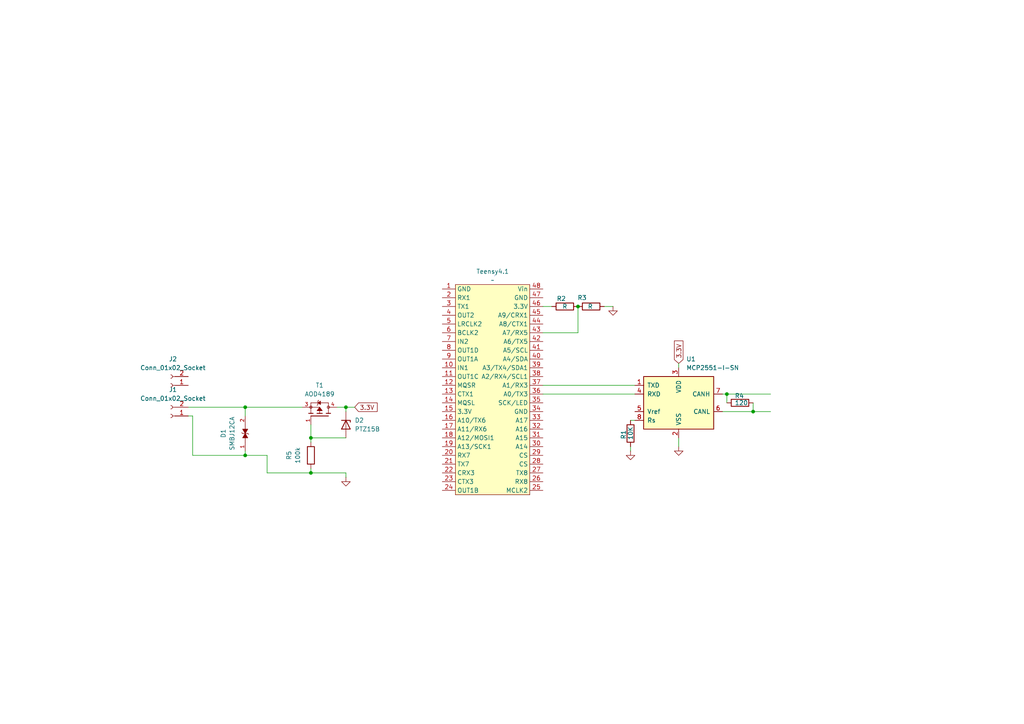
<source format=kicad_sch>
(kicad_sch
	(version 20231120)
	(generator "eeschema")
	(generator_version "8.0")
	(uuid "891eeaba-c340-44c0-bbd5-ca784415541e")
	(paper "A4")
	(lib_symbols
		(symbol "AOD4189:AOD4189"
			(pin_names
				(offset 1.016)
			)
			(exclude_from_sim no)
			(in_bom yes)
			(on_board yes)
			(property "Reference" "T"
				(at -11.43 -1.27 0)
				(effects
					(font
						(size 1.27 1.27)
					)
					(justify left bottom)
				)
			)
			(property "Value" "AOD4189"
				(at -11.43 -3.81 0)
				(effects
					(font
						(size 1.27 1.27)
					)
					(justify left bottom)
				)
			)
			(property "Footprint" "AOD4189:DPACK"
				(at 0 0 0)
				(effects
					(font
						(size 1.27 1.27)
					)
					(justify bottom)
					(hide yes)
				)
			)
			(property "Datasheet" ""
				(at 0 0 0)
				(effects
					(font
						(size 1.27 1.27)
					)
					(hide yes)
				)
			)
			(property "Description" ""
				(at 0 0 0)
				(effects
					(font
						(size 1.27 1.27)
					)
					(hide yes)
				)
			)
			(property "MF" "Alpha &"
				(at 0 0 0)
				(effects
					(font
						(size 1.27 1.27)
					)
					(justify bottom)
					(hide yes)
				)
			)
			(property "Description_1" "\n                        \n                            P-Channel 40V 40A (Tc) 2.5W (Ta), 62.5W (Tc) Surface Mount TO-252, (D-Pak)\n                        \n"
				(at 0 0 0)
				(effects
					(font
						(size 1.27 1.27)
					)
					(justify bottom)
					(hide yes)
				)
			)
			(property "Package" "TO-252 Alpha &amp; Omega Semiconductor"
				(at 0 0 0)
				(effects
					(font
						(size 1.27 1.27)
					)
					(justify bottom)
					(hide yes)
				)
			)
			(property "Price" "None"
				(at 0 0 0)
				(effects
					(font
						(size 1.27 1.27)
					)
					(justify bottom)
					(hide yes)
				)
			)
			(property "SnapEDA_Link" "https://www.snapeda.com/parts/AOD4189/Alpha/view-part/?ref=snap"
				(at 0 0 0)
				(effects
					(font
						(size 1.27 1.27)
					)
					(justify bottom)
					(hide yes)
				)
			)
			(property "MP" "AOD4189"
				(at 0 0 0)
				(effects
					(font
						(size 1.27 1.27)
					)
					(justify bottom)
					(hide yes)
				)
			)
			(property "Availability" "In Stock"
				(at 0 0 0)
				(effects
					(font
						(size 1.27 1.27)
					)
					(justify bottom)
					(hide yes)
				)
			)
			(property "Check_prices" "https://www.snapeda.com/parts/AOD4189/Alpha/view-part/?ref=eda"
				(at 0 0 0)
				(effects
					(font
						(size 1.27 1.27)
					)
					(justify bottom)
					(hide yes)
				)
			)
			(symbol "AOD4189_0_0"
				(polyline
					(pts
						(xy 0 -2.54) (xy 0 2.54)
					)
					(stroke
						(width 0.254)
						(type default)
					)
					(fill
						(type none)
					)
				)
				(polyline
					(pts
						(xy 0.762 -3.175) (xy 0.762 -2.54)
					)
					(stroke
						(width 0.254)
						(type default)
					)
					(fill
						(type none)
					)
				)
				(polyline
					(pts
						(xy 0.762 -2.54) (xy 0.762 -1.905)
					)
					(stroke
						(width 0.254)
						(type default)
					)
					(fill
						(type none)
					)
				)
				(polyline
					(pts
						(xy 0.762 -2.54) (xy 3.81 -2.54)
					)
					(stroke
						(width 0.1524)
						(type default)
					)
					(fill
						(type none)
					)
				)
				(polyline
					(pts
						(xy 0.762 -0.762) (xy 0.762 0)
					)
					(stroke
						(width 0.254)
						(type default)
					)
					(fill
						(type none)
					)
				)
				(polyline
					(pts
						(xy 0.762 0) (xy 0.762 0.762)
					)
					(stroke
						(width 0.254)
						(type default)
					)
					(fill
						(type none)
					)
				)
				(polyline
					(pts
						(xy 0.762 0) (xy 2.54 0)
					)
					(stroke
						(width 0.1524)
						(type default)
					)
					(fill
						(type none)
					)
				)
				(polyline
					(pts
						(xy 0.762 1.905) (xy 0.762 2.54)
					)
					(stroke
						(width 0.254)
						(type default)
					)
					(fill
						(type none)
					)
				)
				(polyline
					(pts
						(xy 0.762 2.54) (xy 0.762 3.175)
					)
					(stroke
						(width 0.254)
						(type default)
					)
					(fill
						(type none)
					)
				)
				(polyline
					(pts
						(xy 2.54 0) (xy 2.54 2.54)
					)
					(stroke
						(width 0.1524)
						(type default)
					)
					(fill
						(type none)
					)
				)
				(polyline
					(pts
						(xy 2.54 2.54) (xy 0.762 2.54)
					)
					(stroke
						(width 0.1524)
						(type default)
					)
					(fill
						(type none)
					)
				)
				(polyline
					(pts
						(xy 2.54 2.54) (xy 3.81 2.54)
					)
					(stroke
						(width 0.1524)
						(type default)
					)
					(fill
						(type none)
					)
				)
				(polyline
					(pts
						(xy 3.048 0.762) (xy 3.302 0.508)
					)
					(stroke
						(width 0.1524)
						(type default)
					)
					(fill
						(type none)
					)
				)
				(polyline
					(pts
						(xy 3.302 0.508) (xy 3.81 0.508)
					)
					(stroke
						(width 0.1524)
						(type default)
					)
					(fill
						(type none)
					)
				)
				(polyline
					(pts
						(xy 3.81 -2.54) (xy 3.81 0.508)
					)
					(stroke
						(width 0.1524)
						(type default)
					)
					(fill
						(type none)
					)
				)
				(polyline
					(pts
						(xy 3.81 0.508) (xy 3.81 2.54)
					)
					(stroke
						(width 0.1524)
						(type default)
					)
					(fill
						(type none)
					)
				)
				(polyline
					(pts
						(xy 3.81 0.508) (xy 4.318 0.508)
					)
					(stroke
						(width 0.1524)
						(type default)
					)
					(fill
						(type none)
					)
				)
				(polyline
					(pts
						(xy 4.318 0.508) (xy 4.572 0.254)
					)
					(stroke
						(width 0.1524)
						(type default)
					)
					(fill
						(type none)
					)
				)
				(polyline
					(pts
						(xy 2.54 0) (xy 1.524 0.762) (xy 1.524 -0.762) (xy 2.54 0)
					)
					(stroke
						(width 0.1524)
						(type default)
					)
					(fill
						(type outline)
					)
				)
				(polyline
					(pts
						(xy 3.81 0.508) (xy 4.318 -0.254) (xy 3.302 -0.254) (xy 3.81 0.508)
					)
					(stroke
						(width 0.1524)
						(type default)
					)
					(fill
						(type outline)
					)
				)
				(circle
					(center 2.54 -2.54)
					(radius 0.3592)
					(stroke
						(width 0)
						(type default)
					)
					(fill
						(type none)
					)
				)
				(circle
					(center 2.54 2.54)
					(radius 0.3592)
					(stroke
						(width 0)
						(type default)
					)
					(fill
						(type none)
					)
				)
				(pin passive line
					(at -2.54 2.54 0)
					(length 2.54)
					(name "~"
						(effects
							(font
								(size 1.016 1.016)
							)
						)
					)
					(number "1"
						(effects
							(font
								(size 1.016 1.016)
							)
						)
					)
				)
				(pin passive line
					(at 2.54 5.08 270)
					(length 2.54)
					(name "~"
						(effects
							(font
								(size 1.016 1.016)
							)
						)
					)
					(number "3"
						(effects
							(font
								(size 1.016 1.016)
							)
						)
					)
				)
				(pin passive line
					(at 2.54 -5.08 90)
					(length 2.54)
					(name "~"
						(effects
							(font
								(size 1.016 1.016)
							)
						)
					)
					(number "4"
						(effects
							(font
								(size 1.016 1.016)
							)
						)
					)
				)
			)
		)
		(symbol "Connector:Conn_01x02_Socket"
			(pin_names
				(offset 1.016) hide)
			(exclude_from_sim no)
			(in_bom yes)
			(on_board yes)
			(property "Reference" "J"
				(at 0 2.54 0)
				(effects
					(font
						(size 1.27 1.27)
					)
				)
			)
			(property "Value" "Conn_01x02_Socket"
				(at 0 -5.08 0)
				(effects
					(font
						(size 1.27 1.27)
					)
				)
			)
			(property "Footprint" ""
				(at 0 0 0)
				(effects
					(font
						(size 1.27 1.27)
					)
					(hide yes)
				)
			)
			(property "Datasheet" "~"
				(at 0 0 0)
				(effects
					(font
						(size 1.27 1.27)
					)
					(hide yes)
				)
			)
			(property "Description" "Generic connector, single row, 01x02, script generated"
				(at 0 0 0)
				(effects
					(font
						(size 1.27 1.27)
					)
					(hide yes)
				)
			)
			(property "ki_locked" ""
				(at 0 0 0)
				(effects
					(font
						(size 1.27 1.27)
					)
				)
			)
			(property "ki_keywords" "connector"
				(at 0 0 0)
				(effects
					(font
						(size 1.27 1.27)
					)
					(hide yes)
				)
			)
			(property "ki_fp_filters" "Connector*:*_1x??_*"
				(at 0 0 0)
				(effects
					(font
						(size 1.27 1.27)
					)
					(hide yes)
				)
			)
			(symbol "Conn_01x02_Socket_1_1"
				(arc
					(start 0 -2.032)
					(mid -0.5058 -2.54)
					(end 0 -3.048)
					(stroke
						(width 0.1524)
						(type default)
					)
					(fill
						(type none)
					)
				)
				(polyline
					(pts
						(xy -1.27 -2.54) (xy -0.508 -2.54)
					)
					(stroke
						(width 0.1524)
						(type default)
					)
					(fill
						(type none)
					)
				)
				(polyline
					(pts
						(xy -1.27 0) (xy -0.508 0)
					)
					(stroke
						(width 0.1524)
						(type default)
					)
					(fill
						(type none)
					)
				)
				(arc
					(start 0 0.508)
					(mid -0.5058 0)
					(end 0 -0.508)
					(stroke
						(width 0.1524)
						(type default)
					)
					(fill
						(type none)
					)
				)
				(pin passive line
					(at -5.08 0 0)
					(length 3.81)
					(name "Pin_1"
						(effects
							(font
								(size 1.27 1.27)
							)
						)
					)
					(number "1"
						(effects
							(font
								(size 1.27 1.27)
							)
						)
					)
				)
				(pin passive line
					(at -5.08 -2.54 0)
					(length 3.81)
					(name "Pin_2"
						(effects
							(font
								(size 1.27 1.27)
							)
						)
					)
					(number "2"
						(effects
							(font
								(size 1.27 1.27)
							)
						)
					)
				)
			)
		)
		(symbol "Device:D_Zener"
			(pin_numbers hide)
			(pin_names
				(offset 1.016) hide)
			(exclude_from_sim no)
			(in_bom yes)
			(on_board yes)
			(property "Reference" "D"
				(at 0 2.54 0)
				(effects
					(font
						(size 1.27 1.27)
					)
				)
			)
			(property "Value" "D_Zener"
				(at 0 -2.54 0)
				(effects
					(font
						(size 1.27 1.27)
					)
				)
			)
			(property "Footprint" ""
				(at 0 0 0)
				(effects
					(font
						(size 1.27 1.27)
					)
					(hide yes)
				)
			)
			(property "Datasheet" "~"
				(at 0 0 0)
				(effects
					(font
						(size 1.27 1.27)
					)
					(hide yes)
				)
			)
			(property "Description" "Zener diode"
				(at 0 0 0)
				(effects
					(font
						(size 1.27 1.27)
					)
					(hide yes)
				)
			)
			(property "ki_keywords" "diode"
				(at 0 0 0)
				(effects
					(font
						(size 1.27 1.27)
					)
					(hide yes)
				)
			)
			(property "ki_fp_filters" "TO-???* *_Diode_* *SingleDiode* D_*"
				(at 0 0 0)
				(effects
					(font
						(size 1.27 1.27)
					)
					(hide yes)
				)
			)
			(symbol "D_Zener_0_1"
				(polyline
					(pts
						(xy 1.27 0) (xy -1.27 0)
					)
					(stroke
						(width 0)
						(type default)
					)
					(fill
						(type none)
					)
				)
				(polyline
					(pts
						(xy -1.27 -1.27) (xy -1.27 1.27) (xy -0.762 1.27)
					)
					(stroke
						(width 0.254)
						(type default)
					)
					(fill
						(type none)
					)
				)
				(polyline
					(pts
						(xy 1.27 -1.27) (xy 1.27 1.27) (xy -1.27 0) (xy 1.27 -1.27)
					)
					(stroke
						(width 0.254)
						(type default)
					)
					(fill
						(type none)
					)
				)
			)
			(symbol "D_Zener_1_1"
				(pin passive line
					(at -3.81 0 0)
					(length 2.54)
					(name "K"
						(effects
							(font
								(size 1.27 1.27)
							)
						)
					)
					(number "1"
						(effects
							(font
								(size 1.27 1.27)
							)
						)
					)
				)
				(pin passive line
					(at 3.81 0 180)
					(length 2.54)
					(name "A"
						(effects
							(font
								(size 1.27 1.27)
							)
						)
					)
					(number "2"
						(effects
							(font
								(size 1.27 1.27)
							)
						)
					)
				)
			)
		)
		(symbol "Device:R"
			(pin_numbers hide)
			(pin_names
				(offset 0)
			)
			(exclude_from_sim no)
			(in_bom yes)
			(on_board yes)
			(property "Reference" "R"
				(at 2.032 0 90)
				(effects
					(font
						(size 1.27 1.27)
					)
				)
			)
			(property "Value" "R"
				(at 0 0 90)
				(effects
					(font
						(size 1.27 1.27)
					)
				)
			)
			(property "Footprint" ""
				(at -1.778 0 90)
				(effects
					(font
						(size 1.27 1.27)
					)
					(hide yes)
				)
			)
			(property "Datasheet" "~"
				(at 0 0 0)
				(effects
					(font
						(size 1.27 1.27)
					)
					(hide yes)
				)
			)
			(property "Description" "Resistor"
				(at 0 0 0)
				(effects
					(font
						(size 1.27 1.27)
					)
					(hide yes)
				)
			)
			(property "ki_keywords" "R res resistor"
				(at 0 0 0)
				(effects
					(font
						(size 1.27 1.27)
					)
					(hide yes)
				)
			)
			(property "ki_fp_filters" "R_*"
				(at 0 0 0)
				(effects
					(font
						(size 1.27 1.27)
					)
					(hide yes)
				)
			)
			(symbol "R_0_1"
				(rectangle
					(start -1.016 -2.54)
					(end 1.016 2.54)
					(stroke
						(width 0.254)
						(type default)
					)
					(fill
						(type none)
					)
				)
			)
			(symbol "R_1_1"
				(pin passive line
					(at 0 3.81 270)
					(length 1.27)
					(name "~"
						(effects
							(font
								(size 1.27 1.27)
							)
						)
					)
					(number "1"
						(effects
							(font
								(size 1.27 1.27)
							)
						)
					)
				)
				(pin passive line
					(at 0 -3.81 90)
					(length 1.27)
					(name "~"
						(effects
							(font
								(size 1.27 1.27)
							)
						)
					)
					(number "2"
						(effects
							(font
								(size 1.27 1.27)
							)
						)
					)
				)
			)
		)
		(symbol "Interface_CAN_LIN:MCP2551-I-SN"
			(pin_names
				(offset 1.016)
			)
			(exclude_from_sim no)
			(in_bom yes)
			(on_board yes)
			(property "Reference" "U"
				(at -10.16 8.89 0)
				(effects
					(font
						(size 1.27 1.27)
					)
					(justify left)
				)
			)
			(property "Value" "MCP2551-I-SN"
				(at 2.54 8.89 0)
				(effects
					(font
						(size 1.27 1.27)
					)
					(justify left)
				)
			)
			(property "Footprint" "Package_SO:SOIC-8_3.9x4.9mm_P1.27mm"
				(at 0 -12.7 0)
				(effects
					(font
						(size 1.27 1.27)
						(italic yes)
					)
					(hide yes)
				)
			)
			(property "Datasheet" "http://ww1.microchip.com/downloads/en/devicedoc/21667d.pdf"
				(at 0 0 0)
				(effects
					(font
						(size 1.27 1.27)
					)
					(hide yes)
				)
			)
			(property "Description" "High-Speed CAN Transceiver, 1Mbps, 5V supply, SOIC-8"
				(at 0 0 0)
				(effects
					(font
						(size 1.27 1.27)
					)
					(hide yes)
				)
			)
			(property "ki_keywords" "High-Speed CAN Transceiver"
				(at 0 0 0)
				(effects
					(font
						(size 1.27 1.27)
					)
					(hide yes)
				)
			)
			(property "ki_fp_filters" "SOIC*3.9x4.9mm*P1.27mm*"
				(at 0 0 0)
				(effects
					(font
						(size 1.27 1.27)
					)
					(hide yes)
				)
			)
			(symbol "MCP2551-I-SN_0_1"
				(rectangle
					(start -10.16 7.62)
					(end 10.16 -7.62)
					(stroke
						(width 0.254)
						(type default)
					)
					(fill
						(type background)
					)
				)
			)
			(symbol "MCP2551-I-SN_1_1"
				(pin input line
					(at -12.7 5.08 0)
					(length 2.54)
					(name "TXD"
						(effects
							(font
								(size 1.27 1.27)
							)
						)
					)
					(number "1"
						(effects
							(font
								(size 1.27 1.27)
							)
						)
					)
				)
				(pin power_in line
					(at 0 -10.16 90)
					(length 2.54)
					(name "VSS"
						(effects
							(font
								(size 1.27 1.27)
							)
						)
					)
					(number "2"
						(effects
							(font
								(size 1.27 1.27)
							)
						)
					)
				)
				(pin power_in line
					(at 0 10.16 270)
					(length 2.54)
					(name "VDD"
						(effects
							(font
								(size 1.27 1.27)
							)
						)
					)
					(number "3"
						(effects
							(font
								(size 1.27 1.27)
							)
						)
					)
				)
				(pin output line
					(at -12.7 2.54 0)
					(length 2.54)
					(name "RXD"
						(effects
							(font
								(size 1.27 1.27)
							)
						)
					)
					(number "4"
						(effects
							(font
								(size 1.27 1.27)
							)
						)
					)
				)
				(pin power_out line
					(at -12.7 -2.54 0)
					(length 2.54)
					(name "Vref"
						(effects
							(font
								(size 1.27 1.27)
							)
						)
					)
					(number "5"
						(effects
							(font
								(size 1.27 1.27)
							)
						)
					)
				)
				(pin bidirectional line
					(at 12.7 -2.54 180)
					(length 2.54)
					(name "CANL"
						(effects
							(font
								(size 1.27 1.27)
							)
						)
					)
					(number "6"
						(effects
							(font
								(size 1.27 1.27)
							)
						)
					)
				)
				(pin bidirectional line
					(at 12.7 2.54 180)
					(length 2.54)
					(name "CANH"
						(effects
							(font
								(size 1.27 1.27)
							)
						)
					)
					(number "7"
						(effects
							(font
								(size 1.27 1.27)
							)
						)
					)
				)
				(pin input line
					(at -12.7 -5.08 0)
					(length 2.54)
					(name "Rs"
						(effects
							(font
								(size 1.27 1.27)
							)
						)
					)
					(number "8"
						(effects
							(font
								(size 1.27 1.27)
							)
						)
					)
				)
			)
		)
		(symbol "TVS:SMBJ12CA"
			(pin_names
				(offset 1.016)
			)
			(exclude_from_sim no)
			(in_bom yes)
			(on_board yes)
			(property "Reference" "D"
				(at -5.08 2.54 0)
				(effects
					(font
						(size 1.27 1.27)
					)
					(justify left bottom)
				)
			)
			(property "Value" "SMBJ12CA"
				(at -5.08 -5.08 0)
				(effects
					(font
						(size 1.27 1.27)
					)
					(justify left bottom)
				)
			)
			(property "Footprint" "SMBJ12CA:DIOM4336X265N"
				(at 0 0 0)
				(effects
					(font
						(size 1.27 1.27)
					)
					(justify bottom)
					(hide yes)
				)
			)
			(property "Datasheet" ""
				(at 0 0 0)
				(effects
					(font
						(size 1.27 1.27)
					)
					(hide yes)
				)
			)
			(property "Description" ""
				(at 0 0 0)
				(effects
					(font
						(size 1.27 1.27)
					)
					(hide yes)
				)
			)
			(property "MF" "Taiwan Semiconductor"
				(at 0 0 0)
				(effects
					(font
						(size 1.27 1.27)
					)
					(justify bottom)
					(hide yes)
				)
			)
			(property "MAXIMUM_PACKAGE_HEIGHT" "2.65 mm"
				(at 0 0 0)
				(effects
					(font
						(size 1.27 1.27)
					)
					(justify bottom)
					(hide yes)
				)
			)
			(property "Package" "SMB Taiwan Semiconductor"
				(at 0 0 0)
				(effects
					(font
						(size 1.27 1.27)
					)
					(justify bottom)
					(hide yes)
				)
			)
			(property "Price" "None"
				(at 0 0 0)
				(effects
					(font
						(size 1.27 1.27)
					)
					(justify bottom)
					(hide yes)
				)
			)
			(property "Check_prices" "https://www.snapeda.com/parts/SMBJ12CA/taiwan/view-part/?ref=eda"
				(at 0 0 0)
				(effects
					(font
						(size 1.27 1.27)
					)
					(justify bottom)
					(hide yes)
				)
			)
			(property "STANDARD" "IPC-7351B"
				(at 0 0 0)
				(effects
					(font
						(size 1.27 1.27)
					)
					(justify bottom)
					(hide yes)
				)
			)
			(property "PARTREV" "I2102"
				(at 0 0 0)
				(effects
					(font
						(size 1.27 1.27)
					)
					(justify bottom)
					(hide yes)
				)
			)
			(property "SnapEDA_Link" "https://www.snapeda.com/parts/SMBJ12CA/taiwan/view-part/?ref=snap"
				(at 0 0 0)
				(effects
					(font
						(size 1.27 1.27)
					)
					(justify bottom)
					(hide yes)
				)
			)
			(property "MP" "SMBJ12CA"
				(at 0 0 0)
				(effects
					(font
						(size 1.27 1.27)
					)
					(justify bottom)
					(hide yes)
				)
			)
			(property "Description_1" "\n                        \n                            600W, 14V, 5%, Bidirectional, TVS\n                        \n"
				(at 0 0 0)
				(effects
					(font
						(size 1.27 1.27)
					)
					(justify bottom)
					(hide yes)
				)
			)
			(property "Availability" "In Stock"
				(at 0 0 0)
				(effects
					(font
						(size 1.27 1.27)
					)
					(justify bottom)
					(hide yes)
				)
			)
			(property "MANUFACTURER" "Taiwan Semiconductor"
				(at 0 0 0)
				(effects
					(font
						(size 1.27 1.27)
					)
					(justify bottom)
					(hide yes)
				)
			)
			(symbol "SMBJ12CA_0_0"
				(polyline
					(pts
						(xy -1.27 0) (xy -2.54 0)
					)
					(stroke
						(width 0.1524)
						(type default)
					)
					(fill
						(type none)
					)
				)
				(polyline
					(pts
						(xy 0 -0.762) (xy -0.254 -1.016)
					)
					(stroke
						(width 0.1524)
						(type default)
					)
					(fill
						(type none)
					)
				)
				(polyline
					(pts
						(xy 0 -0.762) (xy 0 0.762)
					)
					(stroke
						(width 0.1524)
						(type default)
					)
					(fill
						(type none)
					)
				)
				(polyline
					(pts
						(xy 0 0.762) (xy 0.254 1.016)
					)
					(stroke
						(width 0.1524)
						(type default)
					)
					(fill
						(type none)
					)
				)
				(polyline
					(pts
						(xy 1.27 0) (xy 2.54 0)
					)
					(stroke
						(width 0.1524)
						(type default)
					)
					(fill
						(type none)
					)
				)
				(polyline
					(pts
						(xy 0 0) (xy -1.27 -0.762) (xy -1.27 0.762) (xy 0 0)
					)
					(stroke
						(width 0.1524)
						(type default)
					)
					(fill
						(type outline)
					)
				)
				(polyline
					(pts
						(xy 0 0) (xy 1.27 0.762) (xy 1.27 -0.762) (xy 0 0)
					)
					(stroke
						(width 0.1524)
						(type default)
					)
					(fill
						(type outline)
					)
				)
				(pin passive line
					(at -5.08 0 0)
					(length 2.54)
					(name "~"
						(effects
							(font
								(size 1.016 1.016)
							)
						)
					)
					(number "1"
						(effects
							(font
								(size 1.016 1.016)
							)
						)
					)
				)
				(pin passive line
					(at 5.08 0 180)
					(length 2.54)
					(name "~"
						(effects
							(font
								(size 1.016 1.016)
							)
						)
					)
					(number "2"
						(effects
							(font
								(size 1.016 1.016)
							)
						)
					)
				)
			)
		)
		(symbol "power:GND"
			(power)
			(pin_numbers hide)
			(pin_names
				(offset 0) hide)
			(exclude_from_sim no)
			(in_bom yes)
			(on_board yes)
			(property "Reference" "#PWR"
				(at 0 -6.35 0)
				(effects
					(font
						(size 1.27 1.27)
					)
					(hide yes)
				)
			)
			(property "Value" "GND"
				(at 0 -3.81 0)
				(effects
					(font
						(size 1.27 1.27)
					)
				)
			)
			(property "Footprint" ""
				(at 0 0 0)
				(effects
					(font
						(size 1.27 1.27)
					)
					(hide yes)
				)
			)
			(property "Datasheet" ""
				(at 0 0 0)
				(effects
					(font
						(size 1.27 1.27)
					)
					(hide yes)
				)
			)
			(property "Description" "Power symbol creates a global label with name \"GND\" , ground"
				(at 0 0 0)
				(effects
					(font
						(size 1.27 1.27)
					)
					(hide yes)
				)
			)
			(property "ki_keywords" "global power"
				(at 0 0 0)
				(effects
					(font
						(size 1.27 1.27)
					)
					(hide yes)
				)
			)
			(symbol "GND_0_1"
				(polyline
					(pts
						(xy 0 0) (xy 0 -1.27) (xy 1.27 -1.27) (xy 0 -2.54) (xy -1.27 -1.27) (xy 0 -1.27)
					)
					(stroke
						(width 0)
						(type default)
					)
					(fill
						(type none)
					)
				)
			)
			(symbol "GND_1_1"
				(pin power_in line
					(at 0 0 270)
					(length 0)
					(name "~"
						(effects
							(font
								(size 1.27 1.27)
							)
						)
					)
					(number "1"
						(effects
							(font
								(size 1.27 1.27)
							)
						)
					)
				)
			)
		)
		(symbol "teensy41:teensy4.1"
			(exclude_from_sim no)
			(in_bom yes)
			(on_board yes)
			(property "Reference" "Teensy4.1"
				(at 11.684 -0.254 0)
				(effects
					(font
						(size 1.27 1.27)
					)
				)
			)
			(property "Value" ""
				(at 33.02 5.08 0)
				(effects
					(font
						(size 1.27 1.27)
					)
				)
			)
			(property "Footprint" "teensy41:Teensy41"
				(at 12.7 6.858 0)
				(effects
					(font
						(size 1.27 1.27)
					)
					(hide yes)
				)
			)
			(property "Datasheet" "https://www.pjrc.com/store/teensy41.html"
				(at 14.224 8.636 0)
				(effects
					(font
						(size 1.27 1.27)
					)
					(hide yes)
				)
			)
			(property "Description" "harusnya aman ges"
				(at 13.208 5.08 0)
				(effects
					(font
						(size 1.27 1.27)
					)
					(hide yes)
				)
			)
			(property "ki_keywords" "teensy"
				(at 0 0 0)
				(effects
					(font
						(size 1.27 1.27)
					)
					(hide yes)
				)
			)
			(symbol "teensy4.1_0_1"
				(rectangle
					(start 0 -2.54)
					(end 21.59 -63.5)
					(stroke
						(width 0)
						(type default)
					)
					(fill
						(type background)
					)
				)
			)
			(symbol "teensy4.1_1_1"
				(pin bidirectional line
					(at -3.81 -3.81 0)
					(length 3.81)
					(name "GND"
						(effects
							(font
								(size 1.27 1.27)
							)
						)
					)
					(number "1"
						(effects
							(font
								(size 1.27 1.27)
							)
						)
					)
				)
				(pin bidirectional line
					(at -3.81 -26.67 0)
					(length 3.81)
					(name "IN1"
						(effects
							(font
								(size 1.27 1.27)
							)
						)
					)
					(number "10"
						(effects
							(font
								(size 1.27 1.27)
							)
						)
					)
				)
				(pin bidirectional line
					(at -3.81 -29.21 0)
					(length 3.81)
					(name "OUT1C"
						(effects
							(font
								(size 1.27 1.27)
							)
						)
					)
					(number "11"
						(effects
							(font
								(size 1.27 1.27)
							)
						)
					)
				)
				(pin bidirectional line
					(at -3.81 -31.75 0)
					(length 3.81)
					(name "MQSR"
						(effects
							(font
								(size 1.27 1.27)
							)
						)
					)
					(number "12"
						(effects
							(font
								(size 1.27 1.27)
							)
						)
					)
				)
				(pin bidirectional line
					(at -3.81 -34.29 0)
					(length 3.81)
					(name "CTX1"
						(effects
							(font
								(size 1.27 1.27)
							)
						)
					)
					(number "13"
						(effects
							(font
								(size 1.27 1.27)
							)
						)
					)
				)
				(pin bidirectional line
					(at -3.81 -36.83 0)
					(length 3.81)
					(name "MQSL"
						(effects
							(font
								(size 1.27 1.27)
							)
						)
					)
					(number "14"
						(effects
							(font
								(size 1.27 1.27)
							)
						)
					)
				)
				(pin bidirectional line
					(at -3.81 -39.37 0)
					(length 3.81)
					(name "3.3V"
						(effects
							(font
								(size 1.27 1.27)
							)
						)
					)
					(number "15"
						(effects
							(font
								(size 1.27 1.27)
							)
						)
					)
				)
				(pin bidirectional line
					(at -3.81 -41.91 0)
					(length 3.81)
					(name "A10/TX6"
						(effects
							(font
								(size 1.27 1.27)
							)
						)
					)
					(number "16"
						(effects
							(font
								(size 1.27 1.27)
							)
						)
					)
				)
				(pin bidirectional line
					(at -3.81 -44.45 0)
					(length 3.81)
					(name "A11/RX6"
						(effects
							(font
								(size 1.27 1.27)
							)
						)
					)
					(number "17"
						(effects
							(font
								(size 1.27 1.27)
							)
						)
					)
				)
				(pin bidirectional line
					(at -3.81 -46.99 0)
					(length 3.81)
					(name "A12/MOSI1"
						(effects
							(font
								(size 1.27 1.27)
							)
						)
					)
					(number "18"
						(effects
							(font
								(size 1.27 1.27)
							)
						)
					)
				)
				(pin bidirectional line
					(at -3.81 -49.53 0)
					(length 3.81)
					(name "A13/SCK1"
						(effects
							(font
								(size 1.27 1.27)
							)
						)
					)
					(number "19"
						(effects
							(font
								(size 1.27 1.27)
							)
						)
					)
				)
				(pin bidirectional line
					(at -3.81 -6.35 0)
					(length 3.81)
					(name "RX1"
						(effects
							(font
								(size 1.27 1.27)
							)
						)
					)
					(number "2"
						(effects
							(font
								(size 1.27 1.27)
							)
						)
					)
				)
				(pin bidirectional line
					(at -3.81 -52.07 0)
					(length 3.81)
					(name "RX7"
						(effects
							(font
								(size 1.27 1.27)
							)
						)
					)
					(number "20"
						(effects
							(font
								(size 1.27 1.27)
							)
						)
					)
				)
				(pin bidirectional line
					(at -3.81 -54.61 0)
					(length 3.81)
					(name "TX7"
						(effects
							(font
								(size 1.27 1.27)
							)
						)
					)
					(number "21"
						(effects
							(font
								(size 1.27 1.27)
							)
						)
					)
				)
				(pin bidirectional line
					(at -3.81 -57.15 0)
					(length 3.81)
					(name "CRX3"
						(effects
							(font
								(size 1.27 1.27)
							)
						)
					)
					(number "22"
						(effects
							(font
								(size 1.27 1.27)
							)
						)
					)
				)
				(pin bidirectional line
					(at -3.81 -59.69 0)
					(length 3.81)
					(name "CTX3"
						(effects
							(font
								(size 1.27 1.27)
							)
						)
					)
					(number "23"
						(effects
							(font
								(size 1.27 1.27)
							)
						)
					)
				)
				(pin bidirectional line
					(at -3.81 -62.23 0)
					(length 3.81)
					(name "OUT1B"
						(effects
							(font
								(size 1.27 1.27)
							)
						)
					)
					(number "24"
						(effects
							(font
								(size 1.27 1.27)
							)
						)
					)
				)
				(pin bidirectional line
					(at 25.4 -62.23 180)
					(length 3.81)
					(name "MCLK2"
						(effects
							(font
								(size 1.27 1.27)
							)
						)
					)
					(number "25"
						(effects
							(font
								(size 1.27 1.27)
							)
						)
					)
				)
				(pin bidirectional line
					(at 25.4 -59.69 180)
					(length 3.81)
					(name "RX8"
						(effects
							(font
								(size 1.27 1.27)
							)
						)
					)
					(number "26"
						(effects
							(font
								(size 1.27 1.27)
							)
						)
					)
				)
				(pin bidirectional line
					(at 25.4 -57.15 180)
					(length 3.81)
					(name "TX8"
						(effects
							(font
								(size 1.27 1.27)
							)
						)
					)
					(number "27"
						(effects
							(font
								(size 1.27 1.27)
							)
						)
					)
				)
				(pin bidirectional line
					(at 25.4 -54.61 180)
					(length 3.81)
					(name "CS"
						(effects
							(font
								(size 1.27 1.27)
							)
						)
					)
					(number "28"
						(effects
							(font
								(size 1.27 1.27)
							)
						)
					)
				)
				(pin bidirectional line
					(at 25.4 -52.07 180)
					(length 3.81)
					(name "CS"
						(effects
							(font
								(size 1.27 1.27)
							)
						)
					)
					(number "29"
						(effects
							(font
								(size 1.27 1.27)
							)
						)
					)
				)
				(pin bidirectional line
					(at -3.81 -8.89 0)
					(length 3.81)
					(name "TX1"
						(effects
							(font
								(size 1.27 1.27)
							)
						)
					)
					(number "3"
						(effects
							(font
								(size 1.27 1.27)
							)
						)
					)
				)
				(pin bidirectional line
					(at 25.4 -49.53 180)
					(length 3.81)
					(name "A14"
						(effects
							(font
								(size 1.27 1.27)
							)
						)
					)
					(number "30"
						(effects
							(font
								(size 1.27 1.27)
							)
						)
					)
				)
				(pin bidirectional line
					(at 25.4 -46.99 180)
					(length 3.81)
					(name "A15"
						(effects
							(font
								(size 1.27 1.27)
							)
						)
					)
					(number "31"
						(effects
							(font
								(size 1.27 1.27)
							)
						)
					)
				)
				(pin bidirectional line
					(at 25.4 -44.45 180)
					(length 3.81)
					(name "A16"
						(effects
							(font
								(size 1.27 1.27)
							)
						)
					)
					(number "32"
						(effects
							(font
								(size 1.27 1.27)
							)
						)
					)
				)
				(pin bidirectional line
					(at 25.4 -41.91 180)
					(length 3.81)
					(name "A17"
						(effects
							(font
								(size 1.27 1.27)
							)
						)
					)
					(number "33"
						(effects
							(font
								(size 1.27 1.27)
							)
						)
					)
				)
				(pin bidirectional line
					(at 25.4 -39.37 180)
					(length 3.81)
					(name "GND"
						(effects
							(font
								(size 1.27 1.27)
							)
						)
					)
					(number "34"
						(effects
							(font
								(size 1.27 1.27)
							)
						)
					)
				)
				(pin bidirectional line
					(at 25.4 -36.83 180)
					(length 3.81)
					(name "SCK/LED"
						(effects
							(font
								(size 1.27 1.27)
							)
						)
					)
					(number "35"
						(effects
							(font
								(size 1.27 1.27)
							)
						)
					)
				)
				(pin bidirectional line
					(at 25.4 -34.29 180)
					(length 3.81)
					(name "A0/TX3"
						(effects
							(font
								(size 1.27 1.27)
							)
						)
					)
					(number "36"
						(effects
							(font
								(size 1.27 1.27)
							)
						)
					)
				)
				(pin bidirectional line
					(at 25.4 -31.75 180)
					(length 3.81)
					(name "A1/RX3"
						(effects
							(font
								(size 1.27 1.27)
							)
						)
					)
					(number "37"
						(effects
							(font
								(size 1.27 1.27)
							)
						)
					)
				)
				(pin bidirectional line
					(at 25.4 -29.21 180)
					(length 3.81)
					(name "A2/RX4/SCL1"
						(effects
							(font
								(size 1.27 1.27)
							)
						)
					)
					(number "38"
						(effects
							(font
								(size 1.27 1.27)
							)
						)
					)
				)
				(pin bidirectional line
					(at 25.4 -26.67 180)
					(length 3.81)
					(name "A3/TX4/SDA1"
						(effects
							(font
								(size 1.27 1.27)
							)
						)
					)
					(number "39"
						(effects
							(font
								(size 1.27 1.27)
							)
						)
					)
				)
				(pin bidirectional line
					(at -3.81 -11.43 0)
					(length 3.81)
					(name "OUT2"
						(effects
							(font
								(size 1.27 1.27)
							)
						)
					)
					(number "4"
						(effects
							(font
								(size 1.27 1.27)
							)
						)
					)
				)
				(pin bidirectional line
					(at 25.4 -24.13 180)
					(length 3.81)
					(name "A4/SDA"
						(effects
							(font
								(size 1.27 1.27)
							)
						)
					)
					(number "40"
						(effects
							(font
								(size 1.27 1.27)
							)
						)
					)
				)
				(pin bidirectional line
					(at 25.4 -21.59 180)
					(length 3.81)
					(name "A5/SCL"
						(effects
							(font
								(size 1.27 1.27)
							)
						)
					)
					(number "41"
						(effects
							(font
								(size 1.27 1.27)
							)
						)
					)
				)
				(pin bidirectional line
					(at 25.4 -19.05 180)
					(length 3.81)
					(name "A6/TX5"
						(effects
							(font
								(size 1.27 1.27)
							)
						)
					)
					(number "42"
						(effects
							(font
								(size 1.27 1.27)
							)
						)
					)
				)
				(pin bidirectional line
					(at 25.4 -16.51 180)
					(length 3.81)
					(name "A7/RX5"
						(effects
							(font
								(size 1.27 1.27)
							)
						)
					)
					(number "43"
						(effects
							(font
								(size 1.27 1.27)
							)
						)
					)
				)
				(pin bidirectional line
					(at 25.4 -13.97 180)
					(length 3.81)
					(name "A8/CTX1"
						(effects
							(font
								(size 1.27 1.27)
							)
						)
					)
					(number "44"
						(effects
							(font
								(size 1.27 1.27)
							)
						)
					)
				)
				(pin bidirectional line
					(at 25.4 -11.43 180)
					(length 3.81)
					(name "A9/CRX1"
						(effects
							(font
								(size 1.27 1.27)
							)
						)
					)
					(number "45"
						(effects
							(font
								(size 1.27 1.27)
							)
						)
					)
				)
				(pin bidirectional line
					(at 25.4 -8.89 180)
					(length 3.81)
					(name "3.3V"
						(effects
							(font
								(size 1.27 1.27)
							)
						)
					)
					(number "46"
						(effects
							(font
								(size 1.27 1.27)
							)
						)
					)
				)
				(pin bidirectional line
					(at 25.4 -6.35 180)
					(length 3.81)
					(name "GND"
						(effects
							(font
								(size 1.27 1.27)
							)
						)
					)
					(number "47"
						(effects
							(font
								(size 1.27 1.27)
							)
						)
					)
				)
				(pin bidirectional line
					(at 25.4 -3.81 180)
					(length 3.81)
					(name "Vin"
						(effects
							(font
								(size 1.27 1.27)
							)
						)
					)
					(number "48"
						(effects
							(font
								(size 1.27 1.27)
							)
						)
					)
				)
				(pin bidirectional line
					(at -3.81 -13.97 0)
					(length 3.81)
					(name "LRCLK2"
						(effects
							(font
								(size 1.27 1.27)
							)
						)
					)
					(number "5"
						(effects
							(font
								(size 1.27 1.27)
							)
						)
					)
				)
				(pin bidirectional line
					(at -3.81 -16.51 0)
					(length 3.81)
					(name "BCLK2"
						(effects
							(font
								(size 1.27 1.27)
							)
						)
					)
					(number "6"
						(effects
							(font
								(size 1.27 1.27)
							)
						)
					)
				)
				(pin bidirectional line
					(at -3.81 -19.05 0)
					(length 3.81)
					(name "IN2"
						(effects
							(font
								(size 1.27 1.27)
							)
						)
					)
					(number "7"
						(effects
							(font
								(size 1.27 1.27)
							)
						)
					)
				)
				(pin bidirectional line
					(at -3.81 -21.59 0)
					(length 3.81)
					(name "OUT1D"
						(effects
							(font
								(size 1.27 1.27)
							)
						)
					)
					(number "8"
						(effects
							(font
								(size 1.27 1.27)
							)
						)
					)
				)
				(pin bidirectional line
					(at -3.81 -24.13 0)
					(length 3.81)
					(name "OUT1A"
						(effects
							(font
								(size 1.27 1.27)
							)
						)
					)
					(number "9"
						(effects
							(font
								(size 1.27 1.27)
							)
						)
					)
				)
			)
		)
	)
	(junction
		(at 71.12 118.11)
		(diameter 0)
		(color 0 0 0 0)
		(uuid "37ca2fa1-4185-446d-b122-fdee61f34fbd")
	)
	(junction
		(at 100.33 118.11)
		(diameter 0)
		(color 0 0 0 0)
		(uuid "5f6ada01-662a-400c-a26c-6ce01ca9f123")
	)
	(junction
		(at 167.64 88.9)
		(diameter 0)
		(color 0 0 0 0)
		(uuid "84ec2e5c-e10d-4c79-bc30-f7fa592c3971")
	)
	(junction
		(at 90.17 137.16)
		(diameter 0)
		(color 0 0 0 0)
		(uuid "89e4f4de-2063-40a7-827c-45e792c52d37")
	)
	(junction
		(at 71.12 132.08)
		(diameter 0)
		(color 0 0 0 0)
		(uuid "b4d5132f-44bc-4ad9-88db-f8401c95567f")
	)
	(junction
		(at 210.82 114.3)
		(diameter 0)
		(color 0 0 0 0)
		(uuid "bdb3db7e-9e6b-402f-bbe2-5f0f3a668f9c")
	)
	(junction
		(at 90.17 127)
		(diameter 0)
		(color 0 0 0 0)
		(uuid "cffe98a6-da29-4760-b812-72a35b4a4a7d")
	)
	(junction
		(at 218.44 119.38)
		(diameter 0)
		(color 0 0 0 0)
		(uuid "d873ef36-3451-4f6f-b5b0-6d17274ba22e")
	)
	(wire
		(pts
			(xy 157.48 96.52) (xy 167.64 96.52)
		)
		(stroke
			(width 0)
			(type default)
		)
		(uuid "04d40c03-711f-4d76-917e-b7554bd373ae")
	)
	(wire
		(pts
			(xy 196.85 127) (xy 196.85 129.54)
		)
		(stroke
			(width 0)
			(type default)
		)
		(uuid "12a2b06b-16ba-4eff-8f78-757cfd9b9511")
	)
	(wire
		(pts
			(xy 71.12 132.08) (xy 77.47 132.08)
		)
		(stroke
			(width 0)
			(type default)
		)
		(uuid "12f22be4-8f70-4a93-8cc1-b75cb025e0f1")
	)
	(wire
		(pts
			(xy 54.61 120.65) (xy 55.88 120.65)
		)
		(stroke
			(width 0)
			(type default)
		)
		(uuid "161d1859-0921-43f7-9a71-a2ed9cda0c3f")
	)
	(wire
		(pts
			(xy 157.48 111.76) (xy 184.15 111.76)
		)
		(stroke
			(width 0)
			(type default)
		)
		(uuid "19c906ec-ef76-410f-9838-1978da8a4900")
	)
	(wire
		(pts
			(xy 55.88 120.65) (xy 55.88 132.08)
		)
		(stroke
			(width 0)
			(type default)
		)
		(uuid "2c5b2b3e-e374-4028-bbff-c471288e06a3")
	)
	(wire
		(pts
			(xy 90.17 137.16) (xy 100.33 137.16)
		)
		(stroke
			(width 0)
			(type default)
		)
		(uuid "2de39aac-f0b7-4092-9a06-b90417351dd8")
	)
	(wire
		(pts
			(xy 196.85 105.41) (xy 196.85 106.68)
		)
		(stroke
			(width 0)
			(type default)
		)
		(uuid "2f8bf7af-6d6a-48cd-9912-f568b6881ef6")
	)
	(wire
		(pts
			(xy 55.88 132.08) (xy 71.12 132.08)
		)
		(stroke
			(width 0)
			(type default)
		)
		(uuid "36c7b001-072c-4b8e-bb91-d3869ec654cc")
	)
	(wire
		(pts
			(xy 157.48 114.3) (xy 184.15 114.3)
		)
		(stroke
			(width 0)
			(type default)
		)
		(uuid "3f0a0f19-feb7-46bf-980b-f254624abac0")
	)
	(wire
		(pts
			(xy 71.12 118.11) (xy 87.63 118.11)
		)
		(stroke
			(width 0)
			(type default)
		)
		(uuid "44da1101-c5e9-4c4a-a293-2f4fdb32e7e0")
	)
	(wire
		(pts
			(xy 182.88 129.54) (xy 182.88 130.81)
		)
		(stroke
			(width 0)
			(type default)
		)
		(uuid "4da20420-96dd-4689-8f74-ced068fd4970")
	)
	(wire
		(pts
			(xy 209.55 114.3) (xy 210.82 114.3)
		)
		(stroke
			(width 0)
			(type default)
		)
		(uuid "559ac5f8-07de-4711-a983-96cfccc651ac")
	)
	(wire
		(pts
			(xy 210.82 114.3) (xy 223.52 114.3)
		)
		(stroke
			(width 0)
			(type default)
		)
		(uuid "608eb570-b4d7-42b7-acd5-9a6a06a43850")
	)
	(wire
		(pts
			(xy 54.61 118.11) (xy 71.12 118.11)
		)
		(stroke
			(width 0)
			(type default)
		)
		(uuid "75909bd1-b4b7-4f68-8c97-62d5e6475cf9")
	)
	(wire
		(pts
			(xy 100.33 118.11) (xy 100.33 119.38)
		)
		(stroke
			(width 0)
			(type default)
		)
		(uuid "75f209ff-009a-4958-8880-15706edd2362")
	)
	(wire
		(pts
			(xy 175.26 88.9) (xy 177.8 88.9)
		)
		(stroke
			(width 0)
			(type default)
		)
		(uuid "82c39833-b5bf-4e50-be1c-038826e8bc9a")
	)
	(wire
		(pts
			(xy 167.64 88.9) (xy 167.64 96.52)
		)
		(stroke
			(width 0)
			(type default)
		)
		(uuid "8c1e2580-1e9f-41dc-832d-d0fb16c44163")
	)
	(wire
		(pts
			(xy 210.82 114.3) (xy 210.82 116.84)
		)
		(stroke
			(width 0)
			(type default)
		)
		(uuid "98863d99-c8cf-4139-810a-3ce9af6755ef")
	)
	(wire
		(pts
			(xy 97.79 118.11) (xy 100.33 118.11)
		)
		(stroke
			(width 0)
			(type default)
		)
		(uuid "9991e02d-0c6e-483b-95d7-118cdc4e7831")
	)
	(wire
		(pts
			(xy 90.17 127) (xy 90.17 128.27)
		)
		(stroke
			(width 0)
			(type default)
		)
		(uuid "ac2635ea-495f-491e-be46-d44515ff4e03")
	)
	(wire
		(pts
			(xy 71.12 120.65) (xy 71.12 118.11)
		)
		(stroke
			(width 0)
			(type default)
		)
		(uuid "afae7ab8-a8d0-4fec-b84c-2c448bacb49c")
	)
	(wire
		(pts
			(xy 90.17 127) (xy 100.33 127)
		)
		(stroke
			(width 0)
			(type default)
		)
		(uuid "b79b1972-1f9b-40af-bd6f-1eafb62004f3")
	)
	(wire
		(pts
			(xy 77.47 132.08) (xy 77.47 137.16)
		)
		(stroke
			(width 0)
			(type default)
		)
		(uuid "bd3df26d-c070-4a44-b08f-2a95dbb33f21")
	)
	(wire
		(pts
			(xy 90.17 137.16) (xy 90.17 135.89)
		)
		(stroke
			(width 0)
			(type default)
		)
		(uuid "c3f24e75-c548-427e-9d99-d082ebc30b70")
	)
	(wire
		(pts
			(xy 218.44 119.38) (xy 218.44 116.84)
		)
		(stroke
			(width 0)
			(type default)
		)
		(uuid "d7b656e0-9c3b-4833-9383-ad5af97ffdc7")
	)
	(wire
		(pts
			(xy 71.12 130.81) (xy 71.12 132.08)
		)
		(stroke
			(width 0)
			(type default)
		)
		(uuid "da67bc07-b6f5-45c9-bca6-dac809f8360b")
	)
	(wire
		(pts
			(xy 182.88 121.92) (xy 184.15 121.92)
		)
		(stroke
			(width 0)
			(type default)
		)
		(uuid "dd07d9e3-64ca-4359-b213-6fb14ea8faca")
	)
	(wire
		(pts
			(xy 218.44 119.38) (xy 223.52 119.38)
		)
		(stroke
			(width 0)
			(type default)
		)
		(uuid "e2a09c8d-8524-4497-b475-ecacc24ebafc")
	)
	(wire
		(pts
			(xy 77.47 137.16) (xy 90.17 137.16)
		)
		(stroke
			(width 0)
			(type default)
		)
		(uuid "e53744bc-5385-4d79-8d52-cb6f0df2bb83")
	)
	(wire
		(pts
			(xy 209.55 119.38) (xy 218.44 119.38)
		)
		(stroke
			(width 0)
			(type default)
		)
		(uuid "ebbf2273-9922-4d69-be6d-c6ffd6fb10b5")
	)
	(wire
		(pts
			(xy 100.33 137.16) (xy 100.33 138.43)
		)
		(stroke
			(width 0)
			(type default)
		)
		(uuid "ef067b0a-6d33-4dd2-b28e-167b66a0692a")
	)
	(wire
		(pts
			(xy 157.48 88.9) (xy 160.02 88.9)
		)
		(stroke
			(width 0)
			(type default)
		)
		(uuid "efd22f9f-a7c6-4fcd-9e62-4e831db03f3d")
	)
	(wire
		(pts
			(xy 100.33 118.11) (xy 102.87 118.11)
		)
		(stroke
			(width 0)
			(type default)
		)
		(uuid "f6e9b8c5-4dd9-415e-bb55-a814442a3f2c")
	)
	(wire
		(pts
			(xy 90.17 127) (xy 90.17 123.19)
		)
		(stroke
			(width 0)
			(type default)
		)
		(uuid "ff049cc2-2917-471c-b138-da1af73dda20")
	)
	(rectangle
		(start 143.51 80.01)
		(end 143.51 80.01)
		(stroke
			(width 0)
			(type default)
		)
		(fill
			(type none)
		)
		(uuid ae4ed608-49e0-41df-9648-c2669db312b0)
	)
	(global_label "3.3V"
		(shape input)
		(at 196.85 105.41 90)
		(fields_autoplaced yes)
		(effects
			(font
				(size 1.27 1.27)
			)
			(justify left)
		)
		(uuid "2ff37c70-13c0-4456-8bf6-5d1a1ed78adb")
		(property "Intersheetrefs" "${INTERSHEET_REFS}"
			(at 196.85 98.3124 90)
			(effects
				(font
					(size 1.27 1.27)
				)
				(justify left)
				(hide yes)
			)
		)
	)
	(global_label "3.3V"
		(shape input)
		(at 102.87 118.11 0)
		(fields_autoplaced yes)
		(effects
			(font
				(size 1.27 1.27)
			)
			(justify left)
		)
		(uuid "c6efab9e-06fa-4cbd-bb1d-aab10796b570")
		(property "Intersheetrefs" "${INTERSHEET_REFS}"
			(at 109.9676 118.11 0)
			(effects
				(font
					(size 1.27 1.27)
				)
				(justify left)
				(hide yes)
			)
		)
	)
	(symbol
		(lib_id "TVS:SMBJ12CA")
		(at 71.12 125.73 90)
		(unit 1)
		(exclude_from_sim no)
		(in_bom yes)
		(on_board yes)
		(dnp no)
		(uuid "0092d77a-6861-405d-a71d-d03d6306bdac")
		(property "Reference" "D1"
			(at 64.77 125.73 0)
			(effects
				(font
					(size 1.27 1.27)
				)
			)
		)
		(property "Value" "SMBJ12CA"
			(at 67.31 125.73 0)
			(effects
				(font
					(size 1.27 1.27)
				)
			)
		)
		(property "Footprint" "TVS:DIOM4336X265N"
			(at 71.12 125.73 0)
			(effects
				(font
					(size 1.27 1.27)
				)
				(justify bottom)
				(hide yes)
			)
		)
		(property "Datasheet" ""
			(at 71.12 125.73 0)
			(effects
				(font
					(size 1.27 1.27)
				)
				(hide yes)
			)
		)
		(property "Description" ""
			(at 71.12 125.73 0)
			(effects
				(font
					(size 1.27 1.27)
				)
				(hide yes)
			)
		)
		(property "MF" "Taiwan Semiconductor"
			(at 71.12 125.73 0)
			(effects
				(font
					(size 1.27 1.27)
				)
				(justify bottom)
				(hide yes)
			)
		)
		(property "MAXIMUM_PACKAGE_HEIGHT" "2.65 mm"
			(at 71.12 125.73 0)
			(effects
				(font
					(size 1.27 1.27)
				)
				(justify bottom)
				(hide yes)
			)
		)
		(property "Package" "SMB Taiwan Semiconductor"
			(at 71.12 125.73 0)
			(effects
				(font
					(size 1.27 1.27)
				)
				(justify bottom)
				(hide yes)
			)
		)
		(property "Price" "None"
			(at 71.12 125.73 0)
			(effects
				(font
					(size 1.27 1.27)
				)
				(justify bottom)
				(hide yes)
			)
		)
		(property "Check_prices" "https://www.snapeda.com/parts/SMBJ12CA/taiwan/view-part/?ref=eda"
			(at 71.12 125.73 0)
			(effects
				(font
					(size 1.27 1.27)
				)
				(justify bottom)
				(hide yes)
			)
		)
		(property "STANDARD" "IPC-7351B"
			(at 71.12 125.73 0)
			(effects
				(font
					(size 1.27 1.27)
				)
				(justify bottom)
				(hide yes)
			)
		)
		(property "PARTREV" "I2102"
			(at 71.12 125.73 0)
			(effects
				(font
					(size 1.27 1.27)
				)
				(justify bottom)
				(hide yes)
			)
		)
		(property "SnapEDA_Link" "https://www.snapeda.com/parts/SMBJ12CA/taiwan/view-part/?ref=snap"
			(at 71.12 125.73 0)
			(effects
				(font
					(size 1.27 1.27)
				)
				(justify bottom)
				(hide yes)
			)
		)
		(property "MP" "SMBJ12CA"
			(at 71.12 125.73 0)
			(effects
				(font
					(size 1.27 1.27)
				)
				(justify bottom)
				(hide yes)
			)
		)
		(property "Description_1" "\n                        \n                            600W, 14V, 5%, Bidirectional, TVS\n                        \n"
			(at 71.12 125.73 0)
			(effects
				(font
					(size 1.27 1.27)
				)
				(justify bottom)
				(hide yes)
			)
		)
		(property "Availability" "In Stock"
			(at 71.12 125.73 0)
			(effects
				(font
					(size 1.27 1.27)
				)
				(justify bottom)
				(hide yes)
			)
		)
		(property "MANUFACTURER" "Taiwan Semiconductor"
			(at 71.12 125.73 0)
			(effects
				(font
					(size 1.27 1.27)
				)
				(justify bottom)
				(hide yes)
			)
		)
		(pin "2"
			(uuid "019954e0-4a44-4e92-8b32-39ce2c597125")
		)
		(pin "1"
			(uuid "90fc6d3a-885b-4177-b3c0-d020db89fb7c")
		)
		(instances
			(project ""
				(path "/891eeaba-c340-44c0-bbd5-ca784415541e"
					(reference "D1")
					(unit 1)
				)
			)
		)
	)
	(symbol
		(lib_id "Connector:Conn_01x02_Socket")
		(at 49.53 120.65 180)
		(unit 1)
		(exclude_from_sim no)
		(in_bom yes)
		(on_board yes)
		(dnp no)
		(fields_autoplaced yes)
		(uuid "0a26b23c-ca6a-46a2-9592-01958aec613e")
		(property "Reference" "J1"
			(at 50.165 113.03 0)
			(effects
				(font
					(size 1.27 1.27)
				)
			)
		)
		(property "Value" "Conn_01x02_Socket"
			(at 50.165 115.57 0)
			(effects
				(font
					(size 1.27 1.27)
				)
			)
		)
		(property "Footprint" "Connector_AMASS:AMASS_XT30PW-F_1x02_P2.50mm_Horizontal"
			(at 49.53 120.65 0)
			(effects
				(font
					(size 1.27 1.27)
				)
				(hide yes)
			)
		)
		(property "Datasheet" "~"
			(at 49.53 120.65 0)
			(effects
				(font
					(size 1.27 1.27)
				)
				(hide yes)
			)
		)
		(property "Description" "Generic connector, single row, 01x02, script generated"
			(at 49.53 120.65 0)
			(effects
				(font
					(size 1.27 1.27)
				)
				(hide yes)
			)
		)
		(pin "1"
			(uuid "65eb9317-f71e-4071-9860-43dab28fb269")
		)
		(pin "2"
			(uuid "0a5d9f64-b2c0-4013-a697-c2fa60f935da")
		)
		(instances
			(project ""
				(path "/891eeaba-c340-44c0-bbd5-ca784415541e"
					(reference "J1")
					(unit 1)
				)
			)
		)
	)
	(symbol
		(lib_id "Interface_CAN_LIN:MCP2551-I-SN")
		(at 196.85 116.84 0)
		(unit 1)
		(exclude_from_sim no)
		(in_bom yes)
		(on_board yes)
		(dnp no)
		(fields_autoplaced yes)
		(uuid "21131736-fece-41a8-b7ec-417b5cd4cb9d")
		(property "Reference" "U1"
			(at 199.0441 104.14 0)
			(effects
				(font
					(size 1.27 1.27)
				)
				(justify left)
			)
		)
		(property "Value" "MCP2551-I-SN"
			(at 199.0441 106.68 0)
			(effects
				(font
					(size 1.27 1.27)
				)
				(justify left)
			)
		)
		(property "Footprint" "Package_SO:SOIC-8_3.9x4.9mm_P1.27mm"
			(at 196.85 129.54 0)
			(effects
				(font
					(size 1.27 1.27)
					(italic yes)
				)
				(hide yes)
			)
		)
		(property "Datasheet" "http://ww1.microchip.com/downloads/en/devicedoc/21667d.pdf"
			(at 196.85 116.84 0)
			(effects
				(font
					(size 1.27 1.27)
				)
				(hide yes)
			)
		)
		(property "Description" "High-Speed CAN Transceiver, 1Mbps, 5V supply, SOIC-8"
			(at 196.85 116.84 0)
			(effects
				(font
					(size 1.27 1.27)
				)
				(hide yes)
			)
		)
		(pin "2"
			(uuid "efe02f6e-56b7-41ec-8a26-747cea3add96")
		)
		(pin "6"
			(uuid "9925108f-55b1-4420-ad1a-727b3a836a72")
		)
		(pin "8"
			(uuid "8015f2aa-eb8d-4a8f-b2e2-21b3c94e756e")
		)
		(pin "3"
			(uuid "fadd6d15-c17c-4f67-accc-c2f71af02ff5")
		)
		(pin "7"
			(uuid "a7888515-9729-4e5b-9214-be9ebc76eb9b")
		)
		(pin "1"
			(uuid "798ef6a9-78dc-415c-ba1f-824efeafeb47")
		)
		(pin "5"
			(uuid "2b83cb81-1106-4d84-a2cf-63c04841561a")
		)
		(pin "4"
			(uuid "2c0ee85f-203a-44fa-9c8b-c5ec040c1e09")
		)
		(instances
			(project ""
				(path "/891eeaba-c340-44c0-bbd5-ca784415541e"
					(reference "U1")
					(unit 1)
				)
			)
		)
	)
	(symbol
		(lib_id "teensy41:teensy4.1")
		(at 132.08 80.01 0)
		(unit 1)
		(exclude_from_sim no)
		(in_bom yes)
		(on_board yes)
		(dnp no)
		(fields_autoplaced yes)
		(uuid "2c367b8c-42c4-4520-90e7-727d05f15494")
		(property "Reference" "Teensy4.1"
			(at 142.875 78.74 0)
			(effects
				(font
					(size 1.27 1.27)
				)
			)
		)
		(property "Value" "~"
			(at 142.875 81.28 0)
			(effects
				(font
					(size 1.27 1.27)
				)
			)
		)
		(property "Footprint" "teensy41:Teensy41"
			(at 144.78 73.152 0)
			(effects
				(font
					(size 1.27 1.27)
				)
				(hide yes)
			)
		)
		(property "Datasheet" "https://www.pjrc.com/store/teensy41.html"
			(at 146.304 71.374 0)
			(effects
				(font
					(size 1.27 1.27)
				)
				(hide yes)
			)
		)
		(property "Description" "harusnya aman ges"
			(at 145.288 74.93 0)
			(effects
				(font
					(size 1.27 1.27)
				)
				(hide yes)
			)
		)
		(pin "33"
			(uuid "dddb11fc-2814-44cc-be0d-cdf7a1582b6d")
		)
		(pin "3"
			(uuid "0e67188b-e863-4e3c-ada7-fabae17388bc")
		)
		(pin "10"
			(uuid "75632233-aed9-4759-9972-a4874e8c8083")
		)
		(pin "14"
			(uuid "4619554a-37ca-4ef6-99e1-a7dacfaa0562")
		)
		(pin "24"
			(uuid "17a568bd-7795-4e45-8ff5-9a2c29da9233")
		)
		(pin "29"
			(uuid "23acc381-6fef-4fd0-a781-75c478520631")
		)
		(pin "34"
			(uuid "62841b5d-ea30-459d-ab61-c1d824ec1973")
		)
		(pin "38"
			(uuid "8e0138aa-5ace-42a3-9c22-19aabccb11a5")
		)
		(pin "39"
			(uuid "1485ecbc-2d3f-4bd4-b947-651c3344796d")
		)
		(pin "44"
			(uuid "dd68442d-24ce-4517-88dc-9e6e1fb0680e")
		)
		(pin "46"
			(uuid "f372289c-2094-4898-bba7-ac4c477f8fe0")
		)
		(pin "45"
			(uuid "150139bf-d25c-4a3d-9461-3d76c74a3f7a")
		)
		(pin "7"
			(uuid "864f90a9-931a-4a71-8409-de052dc0f237")
		)
		(pin "12"
			(uuid "74dbbd51-e2c3-4b71-a57e-051cde8f843c")
		)
		(pin "31"
			(uuid "4bd65224-b50a-4daa-9176-8647427b7066")
		)
		(pin "35"
			(uuid "fc1b1fa5-fd1e-4367-b62c-a59f34102c55")
		)
		(pin "8"
			(uuid "b4f91b47-258b-46a4-af72-ac801c379cbb")
		)
		(pin "5"
			(uuid "1661f423-b24e-4939-b99e-faa0a147d95d")
		)
		(pin "16"
			(uuid "ca454ea6-809f-4d22-9fee-aadffb62cf4c")
		)
		(pin "32"
			(uuid "9f2be576-4d71-49a0-8573-7e4a1e5412e9")
		)
		(pin "22"
			(uuid "dac42bf9-0fda-48e7-9532-8e4f8b5deb24")
		)
		(pin "37"
			(uuid "fe339aca-fc8f-472c-bc0d-be3b996d516f")
		)
		(pin "43"
			(uuid "c156658a-baa3-4236-b5c5-bff17f38c871")
		)
		(pin "13"
			(uuid "f0f02748-98e4-4a0c-a590-9fac52bd53d6")
		)
		(pin "2"
			(uuid "aa391462-c37a-4c92-91d8-921b2db8c9f1")
		)
		(pin "27"
			(uuid "c6f54c5e-c8ea-40b4-b163-b0b38a32c21c")
		)
		(pin "47"
			(uuid "4899a8bc-5019-48d0-adf0-30505aab76ca")
		)
		(pin "41"
			(uuid "47a6323b-f7c2-4939-9796-114f9b045be4")
		)
		(pin "15"
			(uuid "d2c5f582-972c-4b69-9b20-59296b0166db")
		)
		(pin "26"
			(uuid "7046b196-8efc-4907-b4b7-a42e942ea7d7")
		)
		(pin "48"
			(uuid "c9cf517c-9471-4c8d-8f22-d80b0151cd0a")
		)
		(pin "1"
			(uuid "a5e7625b-f824-4f51-8a0f-a05e07cff65f")
		)
		(pin "25"
			(uuid "7d265270-344c-4194-9e6d-dfb27f85c177")
		)
		(pin "11"
			(uuid "d19fe00d-26bf-429b-950b-adb3b1805037")
		)
		(pin "18"
			(uuid "2d6143f5-710f-4762-82fe-05d2a4325b32")
		)
		(pin "19"
			(uuid "eafbaaba-aa5a-4bb6-97f5-7f603dd273a7")
		)
		(pin "20"
			(uuid "132002f6-d271-454d-8996-d9d5138e7987")
		)
		(pin "6"
			(uuid "76e0ddce-26f6-44bb-849f-0e18ac94cd87")
		)
		(pin "23"
			(uuid "670fe2a6-9036-4d6d-ac8c-9e419a424aee")
		)
		(pin "17"
			(uuid "4f168675-8e52-4399-b0ab-a387739d6226")
		)
		(pin "28"
			(uuid "6cd41f08-bad5-41fe-9cfc-f9dbecd42a5d")
		)
		(pin "21"
			(uuid "065d3f5e-fe45-4110-831b-ae456f87ab86")
		)
		(pin "4"
			(uuid "d6144b8a-862f-472b-8bd4-26288e898c4f")
		)
		(pin "36"
			(uuid "a9c0f5b9-3a71-4af8-8959-e6c4cd440c85")
		)
		(pin "40"
			(uuid "0dc38f8f-2875-4cf2-b843-eb0eac6d1236")
		)
		(pin "42"
			(uuid "99814e8b-04b5-48e6-bfe8-ae8b11adab34")
		)
		(pin "9"
			(uuid "5447acbe-8199-47cd-b396-d114cb86842e")
		)
		(pin "30"
			(uuid "caaccbdc-1e5b-42cd-8665-7867e8f67153")
		)
		(instances
			(project ""
				(path "/891eeaba-c340-44c0-bbd5-ca784415541e"
					(reference "Teensy4.1")
					(unit 1)
				)
			)
		)
	)
	(symbol
		(lib_id "Device:R")
		(at 163.83 88.9 270)
		(unit 1)
		(exclude_from_sim no)
		(in_bom yes)
		(on_board yes)
		(dnp no)
		(uuid "386e24b0-7f76-49c3-9db7-899ffabdfb5f")
		(property "Reference" "R2"
			(at 162.814 86.614 90)
			(effects
				(font
					(size 1.27 1.27)
				)
			)
		)
		(property "Value" "R"
			(at 163.83 88.9 90)
			(effects
				(font
					(size 1.27 1.27)
				)
			)
		)
		(property "Footprint" "Resistor_SMD:R_0805_2012Metric_Pad1.20x1.40mm_HandSolder"
			(at 163.83 87.122 90)
			(effects
				(font
					(size 1.27 1.27)
				)
				(hide yes)
			)
		)
		(property "Datasheet" "~"
			(at 163.83 88.9 0)
			(effects
				(font
					(size 1.27 1.27)
				)
				(hide yes)
			)
		)
		(property "Description" "Resistor"
			(at 163.83 88.9 0)
			(effects
				(font
					(size 1.27 1.27)
				)
				(hide yes)
			)
		)
		(pin "1"
			(uuid "136e7fe5-9cac-4d7b-b5e2-fc80c4eb6fe4")
		)
		(pin "2"
			(uuid "84b83de0-8227-4d2b-9cdb-1280f8e4c6e8")
		)
		(instances
			(project "VCU"
				(path "/891eeaba-c340-44c0-bbd5-ca784415541e"
					(reference "R2")
					(unit 1)
				)
			)
		)
	)
	(symbol
		(lib_id "Device:R")
		(at 182.88 125.73 180)
		(unit 1)
		(exclude_from_sim no)
		(in_bom yes)
		(on_board yes)
		(dnp no)
		(uuid "3ffff1ad-4377-4582-9054-5e586c5d9a97")
		(property "Reference" "R1"
			(at 180.848 124.714 90)
			(effects
				(font
					(size 1.27 1.27)
				)
				(justify left)
			)
		)
		(property "Value" "10K"
			(at 182.88 123.698 90)
			(effects
				(font
					(size 1.27 1.27)
				)
				(justify left)
			)
		)
		(property "Footprint" "Resistor_SMD:R_0805_2012Metric_Pad1.20x1.40mm_HandSolder"
			(at 184.658 125.73 90)
			(effects
				(font
					(size 1.27 1.27)
				)
				(hide yes)
			)
		)
		(property "Datasheet" "~"
			(at 182.88 125.73 0)
			(effects
				(font
					(size 1.27 1.27)
				)
				(hide yes)
			)
		)
		(property "Description" "Resistor"
			(at 182.88 125.73 0)
			(effects
				(font
					(size 1.27 1.27)
				)
				(hide yes)
			)
		)
		(pin "1"
			(uuid "6f2a91d4-a5d6-4449-93eb-ed384a3aa159")
		)
		(pin "2"
			(uuid "ddf9259f-4b60-42c3-84e0-47be33435f0c")
		)
		(instances
			(project "VCU"
				(path "/891eeaba-c340-44c0-bbd5-ca784415541e"
					(reference "R1")
					(unit 1)
				)
			)
		)
	)
	(symbol
		(lib_id "power:GND")
		(at 100.33 138.43 0)
		(unit 1)
		(exclude_from_sim no)
		(in_bom yes)
		(on_board yes)
		(dnp no)
		(fields_autoplaced yes)
		(uuid "4314f81f-8564-4647-9506-0e879c442a86")
		(property "Reference" "#PWR02"
			(at 100.33 144.78 0)
			(effects
				(font
					(size 1.27 1.27)
				)
				(hide yes)
			)
		)
		(property "Value" "GND"
			(at 100.33 143.51 0)
			(effects
				(font
					(size 1.27 1.27)
				)
				(hide yes)
			)
		)
		(property "Footprint" ""
			(at 100.33 138.43 0)
			(effects
				(font
					(size 1.27 1.27)
				)
				(hide yes)
			)
		)
		(property "Datasheet" ""
			(at 100.33 138.43 0)
			(effects
				(font
					(size 1.27 1.27)
				)
				(hide yes)
			)
		)
		(property "Description" "Power symbol creates a global label with name \"GND\" , ground"
			(at 100.33 138.43 0)
			(effects
				(font
					(size 1.27 1.27)
				)
				(hide yes)
			)
		)
		(pin "1"
			(uuid "e8a691dc-086b-45b1-b1cf-b7f07f17a2d6")
		)
		(instances
			(project "VCU"
				(path "/891eeaba-c340-44c0-bbd5-ca784415541e"
					(reference "#PWR02")
					(unit 1)
				)
			)
		)
	)
	(symbol
		(lib_id "Device:D_Zener")
		(at 100.33 123.19 270)
		(unit 1)
		(exclude_from_sim no)
		(in_bom yes)
		(on_board yes)
		(dnp no)
		(fields_autoplaced yes)
		(uuid "4955a9be-cc01-49f4-a5e6-dc3cec3c8924")
		(property "Reference" "D2"
			(at 102.87 121.9199 90)
			(effects
				(font
					(size 1.27 1.27)
				)
				(justify left)
			)
		)
		(property "Value" "PTZ15B"
			(at 102.87 124.4599 90)
			(effects
				(font
					(size 1.27 1.27)
				)
				(justify left)
			)
		)
		(property "Footprint" "Diode_SMD:D_SOD-128"
			(at 100.33 123.19 0)
			(effects
				(font
					(size 1.27 1.27)
				)
				(hide yes)
			)
		)
		(property "Datasheet" "~"
			(at 100.33 123.19 0)
			(effects
				(font
					(size 1.27 1.27)
				)
				(hide yes)
			)
		)
		(property "Description" "Zener diode"
			(at 100.33 123.19 0)
			(effects
				(font
					(size 1.27 1.27)
				)
				(hide yes)
			)
		)
		(pin "2"
			(uuid "12c12673-6af9-4763-bfe9-5d4ec5275d01")
		)
		(pin "1"
			(uuid "aac9a059-a318-47fa-a99e-ac97b0e8d420")
		)
		(instances
			(project ""
				(path "/891eeaba-c340-44c0-bbd5-ca784415541e"
					(reference "D2")
					(unit 1)
				)
			)
		)
	)
	(symbol
		(lib_id "power:GND")
		(at 177.8 88.9 0)
		(unit 1)
		(exclude_from_sim no)
		(in_bom yes)
		(on_board yes)
		(dnp no)
		(fields_autoplaced yes)
		(uuid "4fcead9f-f192-40f5-a709-11190667f898")
		(property "Reference" "#PWR03"
			(at 177.8 95.25 0)
			(effects
				(font
					(size 1.27 1.27)
				)
				(hide yes)
			)
		)
		(property "Value" "GND"
			(at 177.8 93.98 0)
			(effects
				(font
					(size 1.27 1.27)
				)
				(hide yes)
			)
		)
		(property "Footprint" ""
			(at 177.8 88.9 0)
			(effects
				(font
					(size 1.27 1.27)
				)
				(hide yes)
			)
		)
		(property "Datasheet" ""
			(at 177.8 88.9 0)
			(effects
				(font
					(size 1.27 1.27)
				)
				(hide yes)
			)
		)
		(property "Description" "Power symbol creates a global label with name \"GND\" , ground"
			(at 177.8 88.9 0)
			(effects
				(font
					(size 1.27 1.27)
				)
				(hide yes)
			)
		)
		(pin "1"
			(uuid "f9e33788-60db-48e4-8525-74c10b47fbad")
		)
		(instances
			(project "VCU"
				(path "/891eeaba-c340-44c0-bbd5-ca784415541e"
					(reference "#PWR03")
					(unit 1)
				)
			)
		)
	)
	(symbol
		(lib_id "AOD4189:AOD4189")
		(at 92.71 120.65 90)
		(unit 1)
		(exclude_from_sim no)
		(in_bom yes)
		(on_board yes)
		(dnp no)
		(fields_autoplaced yes)
		(uuid "538d9770-2e50-4dff-8ab5-34f22b5163a8")
		(property "Reference" "T1"
			(at 92.71 111.76 90)
			(effects
				(font
					(size 1.27 1.27)
				)
			)
		)
		(property "Value" "AOD4189"
			(at 92.71 114.3 90)
			(effects
				(font
					(size 1.27 1.27)
				)
			)
		)
		(property "Footprint" "AOD4189:DPACK"
			(at 92.71 120.65 0)
			(effects
				(font
					(size 1.27 1.27)
				)
				(justify bottom)
				(hide yes)
			)
		)
		(property "Datasheet" ""
			(at 92.71 120.65 0)
			(effects
				(font
					(size 1.27 1.27)
				)
				(hide yes)
			)
		)
		(property "Description" ""
			(at 92.71 120.65 0)
			(effects
				(font
					(size 1.27 1.27)
				)
				(hide yes)
			)
		)
		(property "MF" "Alpha &"
			(at 92.71 120.65 0)
			(effects
				(font
					(size 1.27 1.27)
				)
				(justify bottom)
				(hide yes)
			)
		)
		(property "Description_1" "\n                        \n                            P-Channel 40V 40A (Tc) 2.5W (Ta), 62.5W (Tc) Surface Mount TO-252, (D-Pak)\n                        \n"
			(at 92.71 120.65 0)
			(effects
				(font
					(size 1.27 1.27)
				)
				(justify bottom)
				(hide yes)
			)
		)
		(property "Package" "TO-252 Alpha &amp; Omega Semiconductor"
			(at 92.71 120.65 0)
			(effects
				(font
					(size 1.27 1.27)
				)
				(justify bottom)
				(hide yes)
			)
		)
		(property "Price" "None"
			(at 92.71 120.65 0)
			(effects
				(font
					(size 1.27 1.27)
				)
				(justify bottom)
				(hide yes)
			)
		)
		(property "SnapEDA_Link" "https://www.snapeda.com/parts/AOD4189/Alpha/view-part/?ref=snap"
			(at 92.71 120.65 0)
			(effects
				(font
					(size 1.27 1.27)
				)
				(justify bottom)
				(hide yes)
			)
		)
		(property "MP" "AOD4189"
			(at 92.71 120.65 0)
			(effects
				(font
					(size 1.27 1.27)
				)
				(justify bottom)
				(hide yes)
			)
		)
		(property "Availability" "In Stock"
			(at 92.71 120.65 0)
			(effects
				(font
					(size 1.27 1.27)
				)
				(justify bottom)
				(hide yes)
			)
		)
		(property "Check_prices" "https://www.snapeda.com/parts/AOD4189/Alpha/view-part/?ref=eda"
			(at 92.71 120.65 0)
			(effects
				(font
					(size 1.27 1.27)
				)
				(justify bottom)
				(hide yes)
			)
		)
		(pin "3"
			(uuid "a494d51d-3ef8-4b77-8bb3-ab9b45b94c6d")
		)
		(pin "1"
			(uuid "87ddba22-a081-4781-a0bf-2413cae21b58")
		)
		(pin "4"
			(uuid "c0af387a-8100-4a6a-8fac-fec61c329b0a")
		)
		(instances
			(project ""
				(path "/891eeaba-c340-44c0-bbd5-ca784415541e"
					(reference "T1")
					(unit 1)
				)
			)
		)
	)
	(symbol
		(lib_id "Device:R")
		(at 90.17 132.08 0)
		(unit 1)
		(exclude_from_sim no)
		(in_bom yes)
		(on_board yes)
		(dnp no)
		(uuid "780f12bf-e9f4-4d88-8b26-1ba2d6989cc5")
		(property "Reference" "R5"
			(at 83.82 132.08 90)
			(effects
				(font
					(size 1.27 1.27)
				)
			)
		)
		(property "Value" "100k"
			(at 86.36 132.08 90)
			(effects
				(font
					(size 1.27 1.27)
				)
			)
		)
		(property "Footprint" "Resistor_SMD:R_0805_2012Metric_Pad1.20x1.40mm_HandSolder"
			(at 88.392 132.08 90)
			(effects
				(font
					(size 1.27 1.27)
				)
				(hide yes)
			)
		)
		(property "Datasheet" "~"
			(at 90.17 132.08 0)
			(effects
				(font
					(size 1.27 1.27)
				)
				(hide yes)
			)
		)
		(property "Description" "Resistor"
			(at 90.17 132.08 0)
			(effects
				(font
					(size 1.27 1.27)
				)
				(hide yes)
			)
		)
		(pin "2"
			(uuid "e7af7515-2360-4100-b2cc-d06c36274fcb")
		)
		(pin "1"
			(uuid "403937ec-c450-4f6e-91ef-7ecd2b7f8a93")
		)
		(instances
			(project ""
				(path "/891eeaba-c340-44c0-bbd5-ca784415541e"
					(reference "R5")
					(unit 1)
				)
			)
		)
	)
	(symbol
		(lib_id "Device:R")
		(at 214.63 116.84 270)
		(unit 1)
		(exclude_from_sim no)
		(in_bom yes)
		(on_board yes)
		(dnp no)
		(uuid "7fbcd4a0-f0f0-4704-bd4e-00cae286f553")
		(property "Reference" "R4"
			(at 213.106 114.808 90)
			(effects
				(font
					(size 1.27 1.27)
				)
				(justify left)
			)
		)
		(property "Value" "120"
			(at 213.106 116.84 90)
			(effects
				(font
					(size 1.27 1.27)
				)
				(justify left)
			)
		)
		(property "Footprint" "Resistor_SMD:R_0805_2012Metric_Pad1.20x1.40mm_HandSolder"
			(at 214.63 115.062 90)
			(effects
				(font
					(size 1.27 1.27)
				)
				(hide yes)
			)
		)
		(property "Datasheet" "~"
			(at 214.63 116.84 0)
			(effects
				(font
					(size 1.27 1.27)
				)
				(hide yes)
			)
		)
		(property "Description" "Resistor"
			(at 214.63 116.84 0)
			(effects
				(font
					(size 1.27 1.27)
				)
				(hide yes)
			)
		)
		(pin "1"
			(uuid "89d1dd5c-4b1a-47b0-a768-77a7c25eec25")
		)
		(pin "2"
			(uuid "a841b63c-ba77-4ee3-ba0a-f9fdd79fd529")
		)
		(instances
			(project "VCU"
				(path "/891eeaba-c340-44c0-bbd5-ca784415541e"
					(reference "R4")
					(unit 1)
				)
			)
		)
	)
	(symbol
		(lib_id "Device:R")
		(at 171.45 88.9 90)
		(unit 1)
		(exclude_from_sim no)
		(in_bom yes)
		(on_board yes)
		(dnp no)
		(uuid "a3e54030-5ca2-4999-81f9-7849d3b25829")
		(property "Reference" "R3"
			(at 170.1799 86.36 90)
			(effects
				(font
					(size 1.27 1.27)
				)
				(justify left)
			)
		)
		(property "Value" "R"
			(at 171.958 88.9 90)
			(effects
				(font
					(size 1.27 1.27)
				)
				(justify left)
			)
		)
		(property "Footprint" "Resistor_SMD:R_0805_2012Metric_Pad1.20x1.40mm_HandSolder"
			(at 171.45 90.678 90)
			(effects
				(font
					(size 1.27 1.27)
				)
				(hide yes)
			)
		)
		(property "Datasheet" "~"
			(at 171.45 88.9 0)
			(effects
				(font
					(size 1.27 1.27)
				)
				(hide yes)
			)
		)
		(property "Description" "Resistor"
			(at 171.45 88.9 0)
			(effects
				(font
					(size 1.27 1.27)
				)
				(hide yes)
			)
		)
		(pin "1"
			(uuid "b0d3a4ea-cc1e-4153-a89c-59055be12c22")
		)
		(pin "2"
			(uuid "6e6cbc22-f1bd-4c97-9890-e92c95ead7f5")
		)
		(instances
			(project "VCU"
				(path "/891eeaba-c340-44c0-bbd5-ca784415541e"
					(reference "R3")
					(unit 1)
				)
			)
		)
	)
	(symbol
		(lib_id "Connector:Conn_01x02_Socket")
		(at 49.53 111.76 180)
		(unit 1)
		(exclude_from_sim no)
		(in_bom yes)
		(on_board yes)
		(dnp no)
		(fields_autoplaced yes)
		(uuid "a663709b-8839-4c4e-86fc-180ca3e516e6")
		(property "Reference" "J2"
			(at 50.165 104.14 0)
			(effects
				(font
					(size 1.27 1.27)
				)
			)
		)
		(property "Value" "Conn_01x02_Socket"
			(at 50.165 106.68 0)
			(effects
				(font
					(size 1.27 1.27)
				)
			)
		)
		(property "Footprint" ""
			(at 49.53 111.76 0)
			(effects
				(font
					(size 1.27 1.27)
				)
				(hide yes)
			)
		)
		(property "Datasheet" "~"
			(at 49.53 111.76 0)
			(effects
				(font
					(size 1.27 1.27)
				)
				(hide yes)
			)
		)
		(property "Description" "Generic connector, single row, 01x02, script generated"
			(at 49.53 111.76 0)
			(effects
				(font
					(size 1.27 1.27)
				)
				(hide yes)
			)
		)
		(pin "2"
			(uuid "b7cf07a2-1ac4-4c79-b788-9f1bca73dab5")
		)
		(pin "1"
			(uuid "7da0f510-9628-4e17-bf81-2e0a04323203")
		)
		(instances
			(project ""
				(path "/891eeaba-c340-44c0-bbd5-ca784415541e"
					(reference "J2")
					(unit 1)
				)
			)
		)
	)
	(symbol
		(lib_id "power:GND")
		(at 182.88 130.81 0)
		(unit 1)
		(exclude_from_sim no)
		(in_bom yes)
		(on_board yes)
		(dnp no)
		(fields_autoplaced yes)
		(uuid "aa16a3d1-e7be-408d-a1cb-00188e994153")
		(property "Reference" "#PWR04"
			(at 182.88 137.16 0)
			(effects
				(font
					(size 1.27 1.27)
				)
				(hide yes)
			)
		)
		(property "Value" "GND"
			(at 182.88 135.89 0)
			(effects
				(font
					(size 1.27 1.27)
				)
				(hide yes)
			)
		)
		(property "Footprint" ""
			(at 182.88 130.81 0)
			(effects
				(font
					(size 1.27 1.27)
				)
				(hide yes)
			)
		)
		(property "Datasheet" ""
			(at 182.88 130.81 0)
			(effects
				(font
					(size 1.27 1.27)
				)
				(hide yes)
			)
		)
		(property "Description" "Power symbol creates a global label with name \"GND\" , ground"
			(at 182.88 130.81 0)
			(effects
				(font
					(size 1.27 1.27)
				)
				(hide yes)
			)
		)
		(pin "1"
			(uuid "ba8e8df5-1a39-4c99-9ab0-81a2444ef85e")
		)
		(instances
			(project "VCU"
				(path "/891eeaba-c340-44c0-bbd5-ca784415541e"
					(reference "#PWR04")
					(unit 1)
				)
			)
		)
	)
	(symbol
		(lib_id "power:GND")
		(at 196.85 129.54 0)
		(unit 1)
		(exclude_from_sim no)
		(in_bom yes)
		(on_board yes)
		(dnp no)
		(fields_autoplaced yes)
		(uuid "e6be7198-2031-40b0-b602-1476e5c62dd1")
		(property "Reference" "#PWR01"
			(at 196.85 135.89 0)
			(effects
				(font
					(size 1.27 1.27)
				)
				(hide yes)
			)
		)
		(property "Value" "GND"
			(at 196.85 134.62 0)
			(effects
				(font
					(size 1.27 1.27)
				)
				(hide yes)
			)
		)
		(property "Footprint" ""
			(at 196.85 129.54 0)
			(effects
				(font
					(size 1.27 1.27)
				)
				(hide yes)
			)
		)
		(property "Datasheet" ""
			(at 196.85 129.54 0)
			(effects
				(font
					(size 1.27 1.27)
				)
				(hide yes)
			)
		)
		(property "Description" "Power symbol creates a global label with name \"GND\" , ground"
			(at 196.85 129.54 0)
			(effects
				(font
					(size 1.27 1.27)
				)
				(hide yes)
			)
		)
		(pin "1"
			(uuid "ad1e8b17-a788-4006-bed3-0ab3dccf21d0")
		)
		(instances
			(project "VCU"
				(path "/891eeaba-c340-44c0-bbd5-ca784415541e"
					(reference "#PWR01")
					(unit 1)
				)
			)
		)
	)
	(sheet_instances
		(path "/"
			(page "1")
		)
	)
)

</source>
